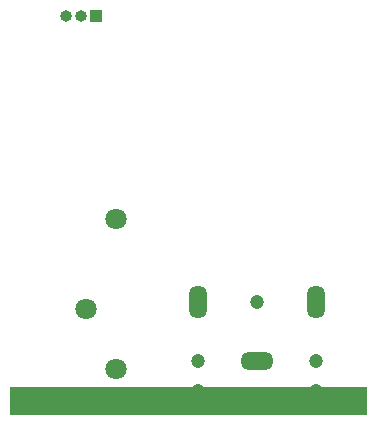
<source format=gbr>
%TF.GenerationSoftware,KiCad,Pcbnew,8.0.4-1.fc40*%
%TF.CreationDate,2024-08-27T20:57:42+02:00*%
%TF.ProjectId,ATU100 Alc interface,41545531-3030-4204-916c-6320696e7465,rev?*%
%TF.SameCoordinates,Original*%
%TF.FileFunction,Soldermask,Bot*%
%TF.FilePolarity,Negative*%
%FSLAX46Y46*%
G04 Gerber Fmt 4.6, Leading zero omitted, Abs format (unit mm)*
G04 Created by KiCad (PCBNEW 8.0.4-1.fc40) date 2024-08-27 20:57:42*
%MOMM*%
%LPD*%
G01*
G04 APERTURE LIST*
%ADD10C,0.100000*%
%ADD11C,1.200000*%
%ADD12O,2.820000X1.512000*%
%ADD13O,1.512000X2.820000*%
%ADD14R,1.000000X1.000000*%
%ADD15O,1.000000X1.000000*%
%ADD16C,1.800000*%
G04 APERTURE END LIST*
D10*
X82525000Y-130900000D02*
X112675000Y-130900000D01*
X112675000Y-133250000D01*
X82525000Y-133250000D01*
X82525000Y-130900000D01*
G36*
X82525000Y-130900000D02*
G01*
X112675000Y-130900000D01*
X112675000Y-133250000D01*
X82525000Y-133250000D01*
X82525000Y-130900000D01*
G37*
D11*
%TO.C,J2*%
X98500000Y-128750000D03*
X98500000Y-131250000D03*
X103500000Y-123750000D03*
X108500000Y-128750000D03*
X108500000Y-131250000D03*
D12*
X103500000Y-128750000D03*
D13*
X108500000Y-123750000D03*
X98500000Y-123750000D03*
%TD*%
D14*
%TO.C,J1*%
X89820000Y-99500000D03*
D15*
X88550000Y-99500000D03*
X87280000Y-99500000D03*
%TD*%
D16*
%TO.C,RV1*%
X91550000Y-116750000D03*
X89010000Y-124370000D03*
X91550000Y-129450000D03*
%TD*%
M02*

</source>
